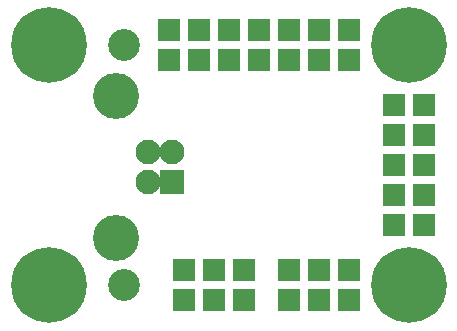
<source format=gbr>
%TF.GenerationSoftware,KiCad,Pcbnew,6.0.10+dfsg-1~bpo11+1*%
%TF.CreationDate,2023-02-09T00:40:40+00:00*%
%TF.ProjectId,USB232R02,55534232-3332-4523-9032-2e6b69636164,rev?*%
%TF.SameCoordinates,PX7f790e8PY698c050*%
%TF.FileFunction,Soldermask,Top*%
%TF.FilePolarity,Negative*%
%FSLAX46Y46*%
G04 Gerber Fmt 4.6, Leading zero omitted, Abs format (unit mm)*
G04 Created by KiCad (PCBNEW 6.0.10+dfsg-1~bpo11+1) date 2023-02-09 00:40:40*
%MOMM*%
%LPD*%
G01*
G04 APERTURE LIST*
G04 Aperture macros list*
%AMRoundRect*
0 Rectangle with rounded corners*
0 $1 Rounding radius*
0 $2 $3 $4 $5 $6 $7 $8 $9 X,Y pos of 4 corners*
0 Add a 4 corners polygon primitive as box body*
4,1,4,$2,$3,$4,$5,$6,$7,$8,$9,$2,$3,0*
0 Add four circle primitives for the rounded corners*
1,1,$1+$1,$2,$3*
1,1,$1+$1,$4,$5*
1,1,$1+$1,$6,$7*
1,1,$1+$1,$8,$9*
0 Add four rect primitives between the rounded corners*
20,1,$1+$1,$2,$3,$4,$5,0*
20,1,$1+$1,$4,$5,$6,$7,0*
20,1,$1+$1,$6,$7,$8,$9,0*
20,1,$1+$1,$8,$9,$2,$3,0*%
G04 Aperture macros list end*
%ADD10RoundRect,0.200000X0.850000X0.850000X-0.850000X0.850000X-0.850000X-0.850000X0.850000X-0.850000X0*%
%ADD11C,2.100000*%
%ADD12C,3.900000*%
%ADD13RoundRect,0.200000X-0.762000X-0.762000X0.762000X-0.762000X0.762000X0.762000X-0.762000X0.762000X0*%
%ADD14RoundRect,0.200000X0.762000X-0.762000X0.762000X0.762000X-0.762000X0.762000X-0.762000X-0.762000X0*%
%ADD15RoundRect,0.200000X-0.762000X0.762000X-0.762000X-0.762000X0.762000X-0.762000X0.762000X0.762000X0*%
%ADD16RoundRect,0.200000X0.762000X0.762000X-0.762000X0.762000X-0.762000X-0.762000X0.762000X-0.762000X0*%
%ADD17C,6.400000*%
%ADD18C,2.700000*%
G04 APERTURE END LIST*
D10*
%TO.C,J1*%
X10414000Y8763000D03*
D11*
X10414000Y11263000D03*
X8414000Y11263000D03*
X8414000Y8763000D03*
D12*
X5704000Y3993000D03*
X5704000Y16033000D03*
%TD*%
D13*
%TO.C,J17*%
X29210000Y5080000D03*
X31750000Y5080000D03*
%TD*%
%TO.C,J6*%
X29210000Y12700000D03*
X31750000Y12700000D03*
%TD*%
%TO.C,J5*%
X29210000Y15240000D03*
X31750000Y15240000D03*
%TD*%
D14*
%TO.C,J12*%
X15240000Y19050000D03*
X15240000Y21590000D03*
%TD*%
%TO.C,J3*%
X20320000Y-1270000D03*
X20320000Y1270000D03*
X22860000Y-1270000D03*
X22860000Y1270000D03*
X25400000Y-1270000D03*
X25400000Y1270000D03*
%TD*%
D13*
%TO.C,J14*%
X10160000Y21590000D03*
%TD*%
D15*
%TO.C,J13*%
X12700000Y21590000D03*
%TD*%
D13*
%TO.C,J8*%
X29210000Y10160000D03*
X31750000Y10160000D03*
%TD*%
D14*
%TO.C,J15*%
X10160000Y19050000D03*
%TD*%
%TO.C,J10*%
X17780000Y19050000D03*
X17780000Y21590000D03*
%TD*%
D13*
%TO.C,J7*%
X29210000Y7620000D03*
X31750000Y7620000D03*
%TD*%
D16*
%TO.C,J16*%
X12700000Y19050000D03*
%TD*%
D14*
%TO.C,J4*%
X25400000Y19050000D03*
X25400000Y21590000D03*
%TD*%
%TO.C,J11*%
X20320000Y19050000D03*
X20320000Y21590000D03*
%TD*%
%TO.C,J9*%
X22860000Y19050000D03*
X22860000Y21590000D03*
%TD*%
%TO.C,J2*%
X11430000Y-1270000D03*
X11430000Y1270000D03*
X13970000Y-1270000D03*
X13970000Y1270000D03*
X16510000Y-1270000D03*
X16510000Y1270000D03*
%TD*%
D17*
%TO.C,H3*%
X0Y0D03*
%TD*%
%TO.C,H4*%
X30480000Y0D03*
%TD*%
D18*
%TO.C,D2*%
X6350000Y20320000D03*
%TD*%
D17*
%TO.C,H1*%
X30480000Y20320000D03*
%TD*%
%TO.C,H2*%
X0Y20320000D03*
%TD*%
D18*
%TO.C,D3*%
X6350000Y0D03*
%TD*%
M02*

</source>
